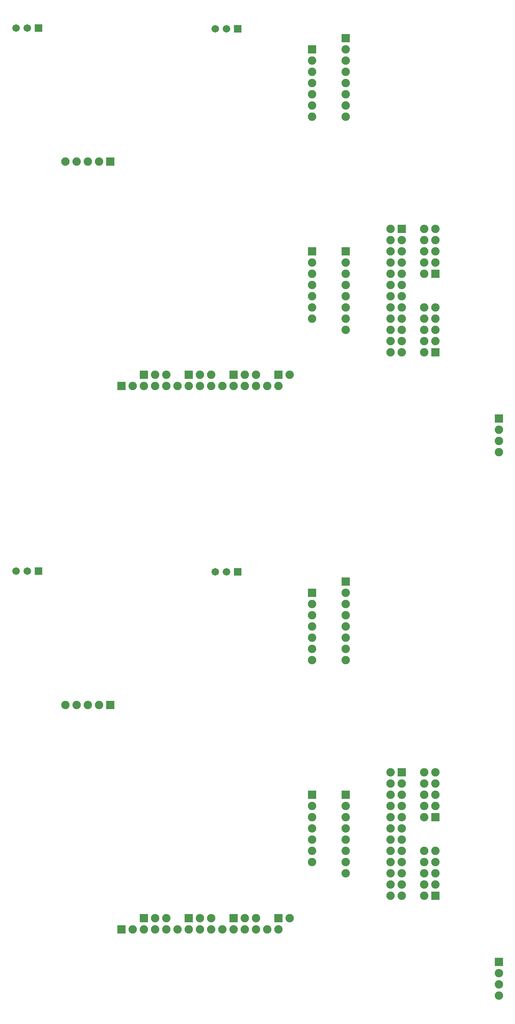
<source format=gbr>
G04 DipTrace 2.4.0.2*
%INBottomMask.gbr*%
%MOIN*%
%ADD80C,0.0671*%
%ADD82R,0.0671X0.0671*%
%ADD94C,0.075*%
%ADD96R,0.075X0.075*%
%FSLAX44Y44*%
G04*
G70*
G90*
G75*
G01*
%LNBotMask*%
%LPD*%
D96*
X28043Y60567D3*
D94*
X29043D3*
D96*
X34043Y90567D3*
D94*
Y89567D3*
Y88567D3*
Y87567D3*
Y86567D3*
Y85567D3*
Y84567D3*
Y83567D3*
D96*
X31043Y89567D3*
D94*
Y88567D3*
Y87567D3*
Y86567D3*
Y85567D3*
Y84567D3*
Y83567D3*
D96*
X13043Y79567D3*
D94*
X12043D3*
X11043D3*
X10043D3*
X9043D3*
D96*
X34043Y71567D3*
D94*
Y70567D3*
Y69567D3*
Y68567D3*
Y67567D3*
Y66567D3*
Y65567D3*
Y64567D3*
D96*
X31043Y71567D3*
D94*
Y70567D3*
Y69567D3*
Y68567D3*
Y67567D3*
Y66567D3*
Y65567D3*
D96*
X39043Y73567D3*
D94*
X38043D3*
X39043Y72567D3*
X38043D3*
X39043Y71567D3*
X38043D3*
X39043Y70567D3*
X38043D3*
X39043Y69567D3*
X38043D3*
X39043Y68567D3*
X38043D3*
X39043Y67567D3*
X38043D3*
X39043Y66567D3*
X38043D3*
X39043Y65567D3*
X38043D3*
X39043Y64567D3*
X38043D3*
X39043Y63567D3*
X38043D3*
X39043Y62567D3*
X38043D3*
D96*
X20043Y60567D3*
D94*
X21043D3*
X22043D3*
D96*
X42043Y69567D3*
D94*
X41043D3*
X42043Y70567D3*
X41043D3*
X42043Y71567D3*
X41043D3*
X42043Y72567D3*
X41043D3*
X42043Y73567D3*
X41043D3*
D96*
X24043Y60567D3*
D94*
X25043D3*
X26043D3*
D96*
X42043Y62567D3*
D94*
X41043D3*
X42043Y63567D3*
X41043D3*
X42043Y64567D3*
X41043D3*
X42043Y65567D3*
X41043D3*
X42043Y66567D3*
X41043D3*
D96*
X14043Y59567D3*
D94*
X15043D3*
X16043D3*
X17043D3*
X18043D3*
X19043D3*
X20043D3*
X21043D3*
X22043D3*
X23043D3*
X24043D3*
X25043D3*
X26043D3*
X27043D3*
X28043D3*
D96*
X16043Y60567D3*
D94*
X17043D3*
X18043D3*
D96*
X47697Y56665D3*
D94*
Y55665D3*
Y54665D3*
Y53665D3*
D82*
X24425Y91406D3*
D80*
X23425D3*
X22425D3*
D82*
X6642Y91484D3*
D80*
X5642D3*
X4642D3*
D96*
X28043Y12161D3*
D94*
X29043D3*
D96*
X34043Y42161D3*
D94*
Y41161D3*
Y40161D3*
Y39161D3*
Y38161D3*
Y37161D3*
Y36161D3*
Y35161D3*
D96*
X31043Y41161D3*
D94*
Y40161D3*
Y39161D3*
Y38161D3*
Y37161D3*
Y36161D3*
Y35161D3*
D96*
X13043Y31161D3*
D94*
X12043D3*
X11043D3*
X10043D3*
X9043D3*
D96*
X34043Y23161D3*
D94*
Y22161D3*
Y21161D3*
Y20161D3*
Y19161D3*
Y18161D3*
Y17161D3*
Y16161D3*
D96*
X31043Y23161D3*
D94*
Y22161D3*
Y21161D3*
Y20161D3*
Y19161D3*
Y18161D3*
Y17161D3*
D96*
X39043Y25161D3*
D94*
X38043D3*
X39043Y24161D3*
X38043D3*
X39043Y23161D3*
X38043D3*
X39043Y22161D3*
X38043D3*
X39043Y21161D3*
X38043D3*
X39043Y20161D3*
X38043D3*
X39043Y19161D3*
X38043D3*
X39043Y18161D3*
X38043D3*
X39043Y17161D3*
X38043D3*
X39043Y16161D3*
X38043D3*
X39043Y15161D3*
X38043D3*
X39043Y14161D3*
X38043D3*
D96*
X20043Y12161D3*
D94*
X21043D3*
X22043D3*
D96*
X42043Y21161D3*
D94*
X41043D3*
X42043Y22161D3*
X41043D3*
X42043Y23161D3*
X41043D3*
X42043Y24161D3*
X41043D3*
X42043Y25161D3*
X41043D3*
D96*
X24043Y12161D3*
D94*
X25043D3*
X26043D3*
D96*
X42043Y14161D3*
D94*
X41043D3*
X42043Y15161D3*
X41043D3*
X42043Y16161D3*
X41043D3*
X42043Y17161D3*
X41043D3*
X42043Y18161D3*
X41043D3*
D96*
X14043Y11161D3*
D94*
X15043D3*
X16043D3*
X17043D3*
X18043D3*
X19043D3*
X20043D3*
X21043D3*
X22043D3*
X23043D3*
X24043D3*
X25043D3*
X26043D3*
X27043D3*
X28043D3*
D96*
X16043Y12161D3*
D94*
X17043D3*
X18043D3*
D96*
X47697Y8260D3*
D94*
Y7260D3*
Y6260D3*
Y5260D3*
D82*
X24425Y43000D3*
D80*
X23425D3*
X22425D3*
D82*
X6642Y43079D3*
D80*
X5642D3*
X4642D3*
M02*

</source>
